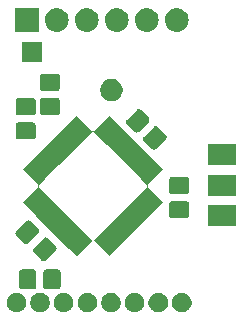
<source format=gbs>
G04 #@! TF.GenerationSoftware,KiCad,Pcbnew,(5.1.4)-1*
G04 #@! TF.CreationDate,2020-01-26T17:58:18+01:00*
G04 #@! TF.ProjectId,HM-LC-Sw1-Pl-DN-R1_S26,484d2d4c-432d-4537-9731-2d506c2d444e,rev?*
G04 #@! TF.SameCoordinates,Original*
G04 #@! TF.FileFunction,Soldermask,Bot*
G04 #@! TF.FilePolarity,Negative*
%FSLAX46Y46*%
G04 Gerber Fmt 4.6, Leading zero omitted, Abs format (unit mm)*
G04 Created by KiCad (PCBNEW (5.1.4)-1) date 2020-01-26 17:58:18*
%MOMM*%
%LPD*%
G04 APERTURE LIST*
%ADD10C,0.150000*%
G04 APERTURE END LIST*
D10*
G36*
X160205684Y-118850224D02*
G01*
X160355823Y-118912413D01*
X160490946Y-119002700D01*
X160605860Y-119117614D01*
X160696147Y-119252737D01*
X160758336Y-119402876D01*
X160790040Y-119562263D01*
X160790040Y-119724777D01*
X160758336Y-119884164D01*
X160696147Y-120034303D01*
X160605860Y-120169426D01*
X160490946Y-120284340D01*
X160355823Y-120374627D01*
X160205684Y-120436816D01*
X160046297Y-120468520D01*
X159883783Y-120468520D01*
X159724396Y-120436816D01*
X159574257Y-120374627D01*
X159439134Y-120284340D01*
X159324220Y-120169426D01*
X159233933Y-120034303D01*
X159171744Y-119884164D01*
X159140040Y-119724777D01*
X159140040Y-119562263D01*
X159171744Y-119402876D01*
X159233933Y-119252737D01*
X159324220Y-119117614D01*
X159439134Y-119002700D01*
X159574257Y-118912413D01*
X159724396Y-118850224D01*
X159883783Y-118818520D01*
X160046297Y-118818520D01*
X160205684Y-118850224D01*
X160205684Y-118850224D01*
G37*
G36*
X146205684Y-118850224D02*
G01*
X146355823Y-118912413D01*
X146490946Y-119002700D01*
X146605860Y-119117614D01*
X146696147Y-119252737D01*
X146758336Y-119402876D01*
X146790040Y-119562263D01*
X146790040Y-119724777D01*
X146758336Y-119884164D01*
X146696147Y-120034303D01*
X146605860Y-120169426D01*
X146490946Y-120284340D01*
X146355823Y-120374627D01*
X146205684Y-120436816D01*
X146046297Y-120468520D01*
X145883783Y-120468520D01*
X145724396Y-120436816D01*
X145574257Y-120374627D01*
X145439134Y-120284340D01*
X145324220Y-120169426D01*
X145233933Y-120034303D01*
X145171744Y-119884164D01*
X145140040Y-119724777D01*
X145140040Y-119562263D01*
X145171744Y-119402876D01*
X145233933Y-119252737D01*
X145324220Y-119117614D01*
X145439134Y-119002700D01*
X145574257Y-118912413D01*
X145724396Y-118850224D01*
X145883783Y-118818520D01*
X146046297Y-118818520D01*
X146205684Y-118850224D01*
X146205684Y-118850224D01*
G37*
G36*
X148205684Y-118850224D02*
G01*
X148355823Y-118912413D01*
X148490946Y-119002700D01*
X148605860Y-119117614D01*
X148696147Y-119252737D01*
X148758336Y-119402876D01*
X148790040Y-119562263D01*
X148790040Y-119724777D01*
X148758336Y-119884164D01*
X148696147Y-120034303D01*
X148605860Y-120169426D01*
X148490946Y-120284340D01*
X148355823Y-120374627D01*
X148205684Y-120436816D01*
X148046297Y-120468520D01*
X147883783Y-120468520D01*
X147724396Y-120436816D01*
X147574257Y-120374627D01*
X147439134Y-120284340D01*
X147324220Y-120169426D01*
X147233933Y-120034303D01*
X147171744Y-119884164D01*
X147140040Y-119724777D01*
X147140040Y-119562263D01*
X147171744Y-119402876D01*
X147233933Y-119252737D01*
X147324220Y-119117614D01*
X147439134Y-119002700D01*
X147574257Y-118912413D01*
X147724396Y-118850224D01*
X147883783Y-118818520D01*
X148046297Y-118818520D01*
X148205684Y-118850224D01*
X148205684Y-118850224D01*
G37*
G36*
X150205684Y-118850224D02*
G01*
X150355823Y-118912413D01*
X150490946Y-119002700D01*
X150605860Y-119117614D01*
X150696147Y-119252737D01*
X150758336Y-119402876D01*
X150790040Y-119562263D01*
X150790040Y-119724777D01*
X150758336Y-119884164D01*
X150696147Y-120034303D01*
X150605860Y-120169426D01*
X150490946Y-120284340D01*
X150355823Y-120374627D01*
X150205684Y-120436816D01*
X150046297Y-120468520D01*
X149883783Y-120468520D01*
X149724396Y-120436816D01*
X149574257Y-120374627D01*
X149439134Y-120284340D01*
X149324220Y-120169426D01*
X149233933Y-120034303D01*
X149171744Y-119884164D01*
X149140040Y-119724777D01*
X149140040Y-119562263D01*
X149171744Y-119402876D01*
X149233933Y-119252737D01*
X149324220Y-119117614D01*
X149439134Y-119002700D01*
X149574257Y-118912413D01*
X149724396Y-118850224D01*
X149883783Y-118818520D01*
X150046297Y-118818520D01*
X150205684Y-118850224D01*
X150205684Y-118850224D01*
G37*
G36*
X152205684Y-118850224D02*
G01*
X152355823Y-118912413D01*
X152490946Y-119002700D01*
X152605860Y-119117614D01*
X152696147Y-119252737D01*
X152758336Y-119402876D01*
X152790040Y-119562263D01*
X152790040Y-119724777D01*
X152758336Y-119884164D01*
X152696147Y-120034303D01*
X152605860Y-120169426D01*
X152490946Y-120284340D01*
X152355823Y-120374627D01*
X152205684Y-120436816D01*
X152046297Y-120468520D01*
X151883783Y-120468520D01*
X151724396Y-120436816D01*
X151574257Y-120374627D01*
X151439134Y-120284340D01*
X151324220Y-120169426D01*
X151233933Y-120034303D01*
X151171744Y-119884164D01*
X151140040Y-119724777D01*
X151140040Y-119562263D01*
X151171744Y-119402876D01*
X151233933Y-119252737D01*
X151324220Y-119117614D01*
X151439134Y-119002700D01*
X151574257Y-118912413D01*
X151724396Y-118850224D01*
X151883783Y-118818520D01*
X152046297Y-118818520D01*
X152205684Y-118850224D01*
X152205684Y-118850224D01*
G37*
G36*
X154205684Y-118850224D02*
G01*
X154355823Y-118912413D01*
X154490946Y-119002700D01*
X154605860Y-119117614D01*
X154696147Y-119252737D01*
X154758336Y-119402876D01*
X154790040Y-119562263D01*
X154790040Y-119724777D01*
X154758336Y-119884164D01*
X154696147Y-120034303D01*
X154605860Y-120169426D01*
X154490946Y-120284340D01*
X154355823Y-120374627D01*
X154205684Y-120436816D01*
X154046297Y-120468520D01*
X153883783Y-120468520D01*
X153724396Y-120436816D01*
X153574257Y-120374627D01*
X153439134Y-120284340D01*
X153324220Y-120169426D01*
X153233933Y-120034303D01*
X153171744Y-119884164D01*
X153140040Y-119724777D01*
X153140040Y-119562263D01*
X153171744Y-119402876D01*
X153233933Y-119252737D01*
X153324220Y-119117614D01*
X153439134Y-119002700D01*
X153574257Y-118912413D01*
X153724396Y-118850224D01*
X153883783Y-118818520D01*
X154046297Y-118818520D01*
X154205684Y-118850224D01*
X154205684Y-118850224D01*
G37*
G36*
X158205684Y-118850224D02*
G01*
X158355823Y-118912413D01*
X158490946Y-119002700D01*
X158605860Y-119117614D01*
X158696147Y-119252737D01*
X158758336Y-119402876D01*
X158790040Y-119562263D01*
X158790040Y-119724777D01*
X158758336Y-119884164D01*
X158696147Y-120034303D01*
X158605860Y-120169426D01*
X158490946Y-120284340D01*
X158355823Y-120374627D01*
X158205684Y-120436816D01*
X158046297Y-120468520D01*
X157883783Y-120468520D01*
X157724396Y-120436816D01*
X157574257Y-120374627D01*
X157439134Y-120284340D01*
X157324220Y-120169426D01*
X157233933Y-120034303D01*
X157171744Y-119884164D01*
X157140040Y-119724777D01*
X157140040Y-119562263D01*
X157171744Y-119402876D01*
X157233933Y-119252737D01*
X157324220Y-119117614D01*
X157439134Y-119002700D01*
X157574257Y-118912413D01*
X157724396Y-118850224D01*
X157883783Y-118818520D01*
X158046297Y-118818520D01*
X158205684Y-118850224D01*
X158205684Y-118850224D01*
G37*
G36*
X156205684Y-118850224D02*
G01*
X156355823Y-118912413D01*
X156490946Y-119002700D01*
X156605860Y-119117614D01*
X156696147Y-119252737D01*
X156758336Y-119402876D01*
X156790040Y-119562263D01*
X156790040Y-119724777D01*
X156758336Y-119884164D01*
X156696147Y-120034303D01*
X156605860Y-120169426D01*
X156490946Y-120284340D01*
X156355823Y-120374627D01*
X156205684Y-120436816D01*
X156046297Y-120468520D01*
X155883783Y-120468520D01*
X155724396Y-120436816D01*
X155574257Y-120374627D01*
X155439134Y-120284340D01*
X155324220Y-120169426D01*
X155233933Y-120034303D01*
X155171744Y-119884164D01*
X155140040Y-119724777D01*
X155140040Y-119562263D01*
X155171744Y-119402876D01*
X155233933Y-119252737D01*
X155324220Y-119117614D01*
X155439134Y-119002700D01*
X155574257Y-118912413D01*
X155724396Y-118850224D01*
X155883783Y-118818520D01*
X156046297Y-118818520D01*
X156205684Y-118850224D01*
X156205684Y-118850224D01*
G37*
G36*
X147453027Y-116830292D02*
G01*
X147498795Y-116844175D01*
X147540973Y-116866720D01*
X147577941Y-116897059D01*
X147608280Y-116934027D01*
X147630825Y-116976205D01*
X147644708Y-117021973D01*
X147650000Y-117075705D01*
X147650000Y-118274295D01*
X147644708Y-118328027D01*
X147630825Y-118373795D01*
X147608280Y-118415973D01*
X147577941Y-118452941D01*
X147540973Y-118483280D01*
X147498795Y-118505825D01*
X147453027Y-118519708D01*
X147399295Y-118525000D01*
X146450705Y-118525000D01*
X146396973Y-118519708D01*
X146351205Y-118505825D01*
X146309027Y-118483280D01*
X146272059Y-118452941D01*
X146241720Y-118415973D01*
X146219175Y-118373795D01*
X146205292Y-118328027D01*
X146200000Y-118274295D01*
X146200000Y-117075705D01*
X146205292Y-117021973D01*
X146219175Y-116976205D01*
X146241720Y-116934027D01*
X146272059Y-116897059D01*
X146309027Y-116866720D01*
X146351205Y-116844175D01*
X146396973Y-116830292D01*
X146450705Y-116825000D01*
X147399295Y-116825000D01*
X147453027Y-116830292D01*
X147453027Y-116830292D01*
G37*
G36*
X149503027Y-116830292D02*
G01*
X149548795Y-116844175D01*
X149590973Y-116866720D01*
X149627941Y-116897059D01*
X149658280Y-116934027D01*
X149680825Y-116976205D01*
X149694708Y-117021973D01*
X149700000Y-117075705D01*
X149700000Y-118274295D01*
X149694708Y-118328027D01*
X149680825Y-118373795D01*
X149658280Y-118415973D01*
X149627941Y-118452941D01*
X149590973Y-118483280D01*
X149548795Y-118505825D01*
X149503027Y-118519708D01*
X149449295Y-118525000D01*
X148500705Y-118525000D01*
X148446973Y-118519708D01*
X148401205Y-118505825D01*
X148359027Y-118483280D01*
X148322059Y-118452941D01*
X148291720Y-118415973D01*
X148269175Y-118373795D01*
X148255292Y-118328027D01*
X148250000Y-118274295D01*
X148250000Y-117075705D01*
X148255292Y-117021973D01*
X148269175Y-116976205D01*
X148291720Y-116934027D01*
X148322059Y-116897059D01*
X148359027Y-116866720D01*
X148401205Y-116844175D01*
X148446973Y-116830292D01*
X148500705Y-116825000D01*
X149449295Y-116825000D01*
X149503027Y-116830292D01*
X149503027Y-116830292D01*
G37*
G36*
X148485564Y-114119285D02*
G01*
X148531332Y-114133168D01*
X148573510Y-114155713D01*
X148615243Y-114189963D01*
X149286005Y-114860725D01*
X149320255Y-114902458D01*
X149342800Y-114944636D01*
X149356683Y-114990404D01*
X149361370Y-115037996D01*
X149356683Y-115085588D01*
X149342800Y-115131356D01*
X149320255Y-115173534D01*
X149286005Y-115215267D01*
X148438467Y-116062805D01*
X148396734Y-116097055D01*
X148354556Y-116119600D01*
X148308788Y-116133483D01*
X148261196Y-116138170D01*
X148213604Y-116133483D01*
X148167836Y-116119600D01*
X148125658Y-116097055D01*
X148083925Y-116062805D01*
X147413163Y-115392043D01*
X147378913Y-115350310D01*
X147356368Y-115308132D01*
X147342485Y-115262364D01*
X147337798Y-115214772D01*
X147342485Y-115167180D01*
X147356368Y-115121412D01*
X147378913Y-115079234D01*
X147413163Y-115037501D01*
X148260701Y-114189963D01*
X148302434Y-114155713D01*
X148344612Y-114133168D01*
X148390380Y-114119285D01*
X148437972Y-114114598D01*
X148485564Y-114119285D01*
X148485564Y-114119285D01*
G37*
G36*
X147838073Y-109777786D02*
G01*
X147845186Y-109801235D01*
X147856737Y-109822846D01*
X147872277Y-109841782D01*
X148402614Y-110372119D01*
X148402614Y-110372118D01*
X149003655Y-110973159D01*
X149003655Y-110973160D01*
X151231041Y-113200546D01*
X151231041Y-113200545D01*
X151832082Y-113801586D01*
X151832082Y-113801587D01*
X152362418Y-114331923D01*
X152381354Y-114347463D01*
X152402965Y-114359014D01*
X152426414Y-114366127D01*
X152438038Y-114367272D01*
X152426414Y-114368417D01*
X152402965Y-114375530D01*
X152381354Y-114387081D01*
X152362418Y-114402621D01*
X151054264Y-115710775D01*
X150453223Y-115109734D01*
X150453224Y-115109734D01*
X149922894Y-114579404D01*
X149922893Y-114579404D01*
X147624796Y-112281307D01*
X147624797Y-112281307D01*
X147094467Y-111750977D01*
X147094466Y-111750977D01*
X146493425Y-111149936D01*
X147801579Y-109841782D01*
X147817119Y-109822846D01*
X147828670Y-109801235D01*
X147835783Y-109777786D01*
X147836928Y-109766162D01*
X147838073Y-109777786D01*
X147838073Y-109777786D01*
G37*
G36*
X157065817Y-109777786D02*
G01*
X157072930Y-109801235D01*
X157084481Y-109822846D01*
X157100021Y-109841782D01*
X158408175Y-111149936D01*
X153847336Y-115710775D01*
X152539182Y-114402621D01*
X152520246Y-114387081D01*
X152498635Y-114375530D01*
X152475186Y-114368417D01*
X152463562Y-114367272D01*
X152475186Y-114366127D01*
X152498635Y-114359014D01*
X152520246Y-114347463D01*
X152539182Y-114331923D01*
X153069519Y-113801587D01*
X153069518Y-113801586D01*
X153670559Y-113200545D01*
X153670560Y-113200546D01*
X153758937Y-113112168D01*
X155367616Y-111503489D01*
X155897946Y-110973160D01*
X155897945Y-110973159D01*
X156498986Y-110372118D01*
X156498987Y-110372119D01*
X156587364Y-110283741D01*
X157029323Y-109841782D01*
X157044863Y-109822846D01*
X157056414Y-109801235D01*
X157063527Y-109777786D01*
X157064672Y-109766162D01*
X157065817Y-109777786D01*
X157065817Y-109777786D01*
G37*
G36*
X147035996Y-112669717D02*
G01*
X147081764Y-112683600D01*
X147123942Y-112706145D01*
X147165675Y-112740395D01*
X147836437Y-113411157D01*
X147870687Y-113452890D01*
X147893232Y-113495068D01*
X147907115Y-113540836D01*
X147911802Y-113588428D01*
X147907115Y-113636020D01*
X147893232Y-113681788D01*
X147870687Y-113723966D01*
X147836437Y-113765699D01*
X146988899Y-114613237D01*
X146947166Y-114647487D01*
X146904988Y-114670032D01*
X146859220Y-114683915D01*
X146811628Y-114688602D01*
X146764036Y-114683915D01*
X146718268Y-114670032D01*
X146676090Y-114647487D01*
X146634357Y-114613237D01*
X145963595Y-113942475D01*
X145929345Y-113900742D01*
X145906800Y-113858564D01*
X145892917Y-113812796D01*
X145888230Y-113765204D01*
X145892917Y-113717612D01*
X145906800Y-113671844D01*
X145929345Y-113629666D01*
X145963595Y-113587933D01*
X146811133Y-112740395D01*
X146852866Y-112706145D01*
X146895044Y-112683600D01*
X146940812Y-112669717D01*
X146988404Y-112665030D01*
X147035996Y-112669717D01*
X147035996Y-112669717D01*
G37*
G36*
X164522800Y-113168000D02*
G01*
X162222800Y-113168000D01*
X162222800Y-111368000D01*
X164522800Y-111368000D01*
X164522800Y-113168000D01*
X164522800Y-113168000D01*
G37*
G36*
X160403027Y-111055292D02*
G01*
X160448795Y-111069175D01*
X160490973Y-111091720D01*
X160527941Y-111122059D01*
X160558280Y-111159027D01*
X160580825Y-111201205D01*
X160594708Y-111246973D01*
X160600000Y-111300705D01*
X160600000Y-112249295D01*
X160594708Y-112303027D01*
X160580825Y-112348795D01*
X160558280Y-112390973D01*
X160527941Y-112427941D01*
X160490973Y-112458280D01*
X160448795Y-112480825D01*
X160403027Y-112494708D01*
X160349295Y-112500000D01*
X159150705Y-112500000D01*
X159096973Y-112494708D01*
X159051205Y-112480825D01*
X159009027Y-112458280D01*
X158972059Y-112427941D01*
X158941720Y-112390973D01*
X158919175Y-112348795D01*
X158905292Y-112303027D01*
X158900000Y-112249295D01*
X158900000Y-111300705D01*
X158905292Y-111246973D01*
X158919175Y-111201205D01*
X158941720Y-111159027D01*
X158972059Y-111122059D01*
X159009027Y-111091720D01*
X159051205Y-111069175D01*
X159096973Y-111055292D01*
X159150705Y-111050000D01*
X160349295Y-111050000D01*
X160403027Y-111055292D01*
X160403027Y-111055292D01*
G37*
G36*
X164522800Y-110602600D02*
G01*
X162222800Y-110602600D01*
X162222800Y-108802600D01*
X164522800Y-108802600D01*
X164522800Y-110602600D01*
X164522800Y-110602600D01*
G37*
G36*
X160403027Y-109005292D02*
G01*
X160448795Y-109019175D01*
X160490973Y-109041720D01*
X160527941Y-109072059D01*
X160558280Y-109109027D01*
X160580825Y-109151205D01*
X160594708Y-109196973D01*
X160600000Y-109250705D01*
X160600000Y-110199295D01*
X160594708Y-110253027D01*
X160580825Y-110298795D01*
X160558280Y-110340973D01*
X160527941Y-110377941D01*
X160490973Y-110408280D01*
X160448795Y-110430825D01*
X160403027Y-110444708D01*
X160349295Y-110450000D01*
X159150705Y-110450000D01*
X159096973Y-110444708D01*
X159051205Y-110430825D01*
X159009027Y-110408280D01*
X158972059Y-110377941D01*
X158941720Y-110340973D01*
X158919175Y-110298795D01*
X158905292Y-110253027D01*
X158900000Y-110199295D01*
X158900000Y-109250705D01*
X158905292Y-109196973D01*
X158919175Y-109151205D01*
X158941720Y-109109027D01*
X158972059Y-109072059D01*
X159009027Y-109041720D01*
X159051205Y-109019175D01*
X159096973Y-109005292D01*
X159150705Y-109000000D01*
X160349295Y-109000000D01*
X160403027Y-109005292D01*
X160403027Y-109005292D01*
G37*
G36*
X154448377Y-104397066D02*
G01*
X154448377Y-104397067D01*
X154978707Y-104927397D01*
X154978707Y-104927396D01*
X157276804Y-107225493D01*
X157276804Y-107225494D01*
X157807134Y-107755824D01*
X157807134Y-107755823D01*
X158408175Y-108356864D01*
X157100021Y-109665018D01*
X157084481Y-109683954D01*
X157072930Y-109705565D01*
X157065817Y-109729014D01*
X157064672Y-109740638D01*
X157063527Y-109729014D01*
X157056414Y-109705565D01*
X157044863Y-109683954D01*
X157029323Y-109665018D01*
X156498987Y-109134682D01*
X156498986Y-109134682D01*
X155897945Y-108533641D01*
X155897946Y-108533641D01*
X153670560Y-106306255D01*
X153670559Y-106306255D01*
X153069518Y-105705214D01*
X153069519Y-105705214D01*
X152539182Y-105174877D01*
X152520246Y-105159337D01*
X152498635Y-105147786D01*
X152475186Y-105140673D01*
X152463562Y-105139528D01*
X152475186Y-105138383D01*
X152498635Y-105131270D01*
X152520246Y-105119719D01*
X152539182Y-105104179D01*
X153847336Y-103796025D01*
X154448377Y-104397066D01*
X154448377Y-104397066D01*
G37*
G36*
X152362418Y-105104179D02*
G01*
X152381354Y-105119719D01*
X152402965Y-105131270D01*
X152426414Y-105138383D01*
X152438038Y-105139528D01*
X152426414Y-105140673D01*
X152402965Y-105147786D01*
X152381354Y-105159337D01*
X152362418Y-105174877D01*
X151832082Y-105705214D01*
X151231041Y-106306255D01*
X150665355Y-106871940D01*
X149533984Y-108003311D01*
X149003655Y-108533641D01*
X148402614Y-109134682D01*
X147872277Y-109665018D01*
X147856737Y-109683954D01*
X147845186Y-109705565D01*
X147838073Y-109729014D01*
X147836928Y-109740638D01*
X147835783Y-109729014D01*
X147828670Y-109705565D01*
X147817119Y-109683954D01*
X147801579Y-109665018D01*
X146493425Y-108356864D01*
X147094466Y-107755823D01*
X147094467Y-107755824D01*
X147182844Y-107667446D01*
X147624797Y-107225494D01*
X147624796Y-107225493D01*
X149922893Y-104927396D01*
X149922894Y-104927397D01*
X150011271Y-104839019D01*
X150453224Y-104397067D01*
X150453223Y-104397066D01*
X151054264Y-103796025D01*
X152362418Y-105104179D01*
X152362418Y-105104179D01*
G37*
G36*
X164522800Y-108011800D02*
G01*
X162222800Y-108011800D01*
X162222800Y-106211800D01*
X164522800Y-106211800D01*
X164522800Y-108011800D01*
X164522800Y-108011800D01*
G37*
G36*
X157810764Y-104667685D02*
G01*
X157856532Y-104681568D01*
X157898710Y-104704113D01*
X157940443Y-104738363D01*
X158611205Y-105409125D01*
X158645455Y-105450858D01*
X158668000Y-105493036D01*
X158681883Y-105538804D01*
X158686570Y-105586396D01*
X158681883Y-105633988D01*
X158668000Y-105679756D01*
X158645455Y-105721934D01*
X158611205Y-105763667D01*
X157763667Y-106611205D01*
X157721934Y-106645455D01*
X157679756Y-106668000D01*
X157633988Y-106681883D01*
X157586396Y-106686570D01*
X157538804Y-106681883D01*
X157493036Y-106668000D01*
X157450858Y-106645455D01*
X157409125Y-106611205D01*
X156738363Y-105940443D01*
X156704113Y-105898710D01*
X156681568Y-105856532D01*
X156667685Y-105810764D01*
X156662998Y-105763172D01*
X156667685Y-105715580D01*
X156681568Y-105669812D01*
X156704113Y-105627634D01*
X156738363Y-105585901D01*
X157585901Y-104738363D01*
X157627634Y-104704113D01*
X157669812Y-104681568D01*
X157715580Y-104667685D01*
X157763172Y-104662998D01*
X157810764Y-104667685D01*
X157810764Y-104667685D01*
G37*
G36*
X147403027Y-104380292D02*
G01*
X147448795Y-104394175D01*
X147490973Y-104416720D01*
X147527941Y-104447059D01*
X147558280Y-104484027D01*
X147580825Y-104526205D01*
X147594708Y-104571973D01*
X147600000Y-104625705D01*
X147600000Y-105574295D01*
X147594708Y-105628027D01*
X147580825Y-105673795D01*
X147558280Y-105715973D01*
X147527941Y-105752941D01*
X147490973Y-105783280D01*
X147448795Y-105805825D01*
X147403027Y-105819708D01*
X147349295Y-105825000D01*
X146150705Y-105825000D01*
X146096973Y-105819708D01*
X146051205Y-105805825D01*
X146009027Y-105783280D01*
X145972059Y-105752941D01*
X145941720Y-105715973D01*
X145919175Y-105673795D01*
X145905292Y-105628027D01*
X145900000Y-105574295D01*
X145900000Y-104625705D01*
X145905292Y-104571973D01*
X145919175Y-104526205D01*
X145941720Y-104484027D01*
X145972059Y-104447059D01*
X146009027Y-104416720D01*
X146051205Y-104394175D01*
X146096973Y-104380292D01*
X146150705Y-104375000D01*
X147349295Y-104375000D01*
X147403027Y-104380292D01*
X147403027Y-104380292D01*
G37*
G36*
X156361196Y-103218117D02*
G01*
X156406964Y-103232000D01*
X156449142Y-103254545D01*
X156490875Y-103288795D01*
X157161637Y-103959557D01*
X157195887Y-104001290D01*
X157218432Y-104043468D01*
X157232315Y-104089236D01*
X157237002Y-104136828D01*
X157232315Y-104184420D01*
X157218432Y-104230188D01*
X157195887Y-104272366D01*
X157161637Y-104314099D01*
X156314099Y-105161637D01*
X156272366Y-105195887D01*
X156230188Y-105218432D01*
X156184420Y-105232315D01*
X156136828Y-105237002D01*
X156089236Y-105232315D01*
X156043468Y-105218432D01*
X156001290Y-105195887D01*
X155959557Y-105161637D01*
X155288795Y-104490875D01*
X155254545Y-104449142D01*
X155232000Y-104406964D01*
X155218117Y-104361196D01*
X155213430Y-104313604D01*
X155218117Y-104266012D01*
X155232000Y-104220244D01*
X155254545Y-104178066D01*
X155288795Y-104136333D01*
X156136333Y-103288795D01*
X156178066Y-103254545D01*
X156220244Y-103232000D01*
X156266012Y-103218117D01*
X156313604Y-103213430D01*
X156361196Y-103218117D01*
X156361196Y-103218117D01*
G37*
G36*
X147403027Y-102330292D02*
G01*
X147448795Y-102344175D01*
X147490973Y-102366720D01*
X147527941Y-102397059D01*
X147558280Y-102434027D01*
X147580825Y-102476205D01*
X147594708Y-102521973D01*
X147600000Y-102575705D01*
X147600000Y-103524295D01*
X147594708Y-103578027D01*
X147580825Y-103623795D01*
X147558280Y-103665973D01*
X147527941Y-103702941D01*
X147490973Y-103733280D01*
X147448795Y-103755825D01*
X147403027Y-103769708D01*
X147349295Y-103775000D01*
X146150705Y-103775000D01*
X146096973Y-103769708D01*
X146051205Y-103755825D01*
X146009027Y-103733280D01*
X145972059Y-103702941D01*
X145941720Y-103665973D01*
X145919175Y-103623795D01*
X145905292Y-103578027D01*
X145900000Y-103524295D01*
X145900000Y-102575705D01*
X145905292Y-102521973D01*
X145919175Y-102476205D01*
X145941720Y-102434027D01*
X145972059Y-102397059D01*
X146009027Y-102366720D01*
X146051205Y-102344175D01*
X146096973Y-102330292D01*
X146150705Y-102325000D01*
X147349295Y-102325000D01*
X147403027Y-102330292D01*
X147403027Y-102330292D01*
G37*
G36*
X149453027Y-102305292D02*
G01*
X149498795Y-102319175D01*
X149540973Y-102341720D01*
X149577941Y-102372059D01*
X149608280Y-102409027D01*
X149630825Y-102451205D01*
X149644708Y-102496973D01*
X149650000Y-102550705D01*
X149650000Y-103499295D01*
X149644708Y-103553027D01*
X149630825Y-103598795D01*
X149608280Y-103640973D01*
X149577941Y-103677941D01*
X149540973Y-103708280D01*
X149498795Y-103730825D01*
X149453027Y-103744708D01*
X149399295Y-103750000D01*
X148200705Y-103750000D01*
X148146973Y-103744708D01*
X148101205Y-103730825D01*
X148059027Y-103708280D01*
X148022059Y-103677941D01*
X147991720Y-103640973D01*
X147969175Y-103598795D01*
X147955292Y-103553027D01*
X147950000Y-103499295D01*
X147950000Y-102550705D01*
X147955292Y-102496973D01*
X147969175Y-102451205D01*
X147991720Y-102409027D01*
X148022059Y-102372059D01*
X148059027Y-102341720D01*
X148101205Y-102319175D01*
X148146973Y-102305292D01*
X148200705Y-102300000D01*
X149399295Y-102300000D01*
X149453027Y-102305292D01*
X149453027Y-102305292D01*
G37*
G36*
X154185536Y-100719054D02*
G01*
X154277305Y-100737308D01*
X154450194Y-100808921D01*
X154605790Y-100912887D01*
X154738113Y-101045210D01*
X154842079Y-101200806D01*
X154913692Y-101373695D01*
X154950200Y-101557233D01*
X154950200Y-101744367D01*
X154913692Y-101927905D01*
X154842079Y-102100794D01*
X154738113Y-102256390D01*
X154605790Y-102388713D01*
X154450194Y-102492679D01*
X154277305Y-102564292D01*
X154185536Y-102582546D01*
X154093768Y-102600800D01*
X153906632Y-102600800D01*
X153814864Y-102582546D01*
X153723095Y-102564292D01*
X153550206Y-102492679D01*
X153394610Y-102388713D01*
X153262287Y-102256390D01*
X153158321Y-102100794D01*
X153086708Y-101927905D01*
X153050200Y-101744367D01*
X153050200Y-101557233D01*
X153086708Y-101373695D01*
X153158321Y-101200806D01*
X153262287Y-101045210D01*
X153394610Y-100912887D01*
X153550206Y-100808921D01*
X153723095Y-100737308D01*
X153814864Y-100719054D01*
X153906632Y-100700800D01*
X154093768Y-100700800D01*
X154185536Y-100719054D01*
X154185536Y-100719054D01*
G37*
G36*
X149453027Y-100255292D02*
G01*
X149498795Y-100269175D01*
X149540973Y-100291720D01*
X149577941Y-100322059D01*
X149608280Y-100359027D01*
X149630825Y-100401205D01*
X149644708Y-100446973D01*
X149650000Y-100500705D01*
X149650000Y-101449295D01*
X149644708Y-101503027D01*
X149630825Y-101548795D01*
X149608280Y-101590973D01*
X149577941Y-101627941D01*
X149540973Y-101658280D01*
X149498795Y-101680825D01*
X149453027Y-101694708D01*
X149399295Y-101700000D01*
X148200705Y-101700000D01*
X148146973Y-101694708D01*
X148101205Y-101680825D01*
X148059027Y-101658280D01*
X148022059Y-101627941D01*
X147991720Y-101590973D01*
X147969175Y-101548795D01*
X147955292Y-101503027D01*
X147950000Y-101449295D01*
X147950000Y-100500705D01*
X147955292Y-100446973D01*
X147969175Y-100401205D01*
X147991720Y-100359027D01*
X148022059Y-100322059D01*
X148059027Y-100291720D01*
X148101205Y-100269175D01*
X148146973Y-100255292D01*
X148200705Y-100250000D01*
X149399295Y-100250000D01*
X149453027Y-100255292D01*
X149453027Y-100255292D01*
G37*
G36*
X148125000Y-99225000D02*
G01*
X146475000Y-99225000D01*
X146475000Y-97575000D01*
X148125000Y-97575000D01*
X148125000Y-99225000D01*
X148125000Y-99225000D01*
G37*
G36*
X147850000Y-96700000D02*
G01*
X145850000Y-96700000D01*
X145850000Y-94700000D01*
X147850000Y-94700000D01*
X147850000Y-96700000D01*
X147850000Y-96700000D01*
G37*
G36*
X159746032Y-94714469D02*
G01*
X159840285Y-94743061D01*
X159934535Y-94771651D01*
X159934537Y-94771652D01*
X160108258Y-94864507D01*
X160260528Y-94989472D01*
X160385493Y-95141742D01*
X160478348Y-95315463D01*
X160535531Y-95503968D01*
X160554838Y-95700000D01*
X160535531Y-95896032D01*
X160478348Y-96084537D01*
X160385493Y-96258258D01*
X160260528Y-96410528D01*
X160108258Y-96535493D01*
X159934537Y-96628348D01*
X159934535Y-96628349D01*
X159840284Y-96656940D01*
X159746032Y-96685531D01*
X159599124Y-96700000D01*
X159500876Y-96700000D01*
X159353968Y-96685531D01*
X159259716Y-96656940D01*
X159165465Y-96628349D01*
X159165463Y-96628348D01*
X158991742Y-96535493D01*
X158839472Y-96410528D01*
X158714507Y-96258258D01*
X158621652Y-96084537D01*
X158564469Y-95896032D01*
X158545162Y-95700000D01*
X158564469Y-95503968D01*
X158621652Y-95315463D01*
X158714507Y-95141742D01*
X158839472Y-94989472D01*
X158991742Y-94864507D01*
X159165463Y-94771652D01*
X159165465Y-94771651D01*
X159259715Y-94743061D01*
X159353968Y-94714469D01*
X159500876Y-94700000D01*
X159599124Y-94700000D01*
X159746032Y-94714469D01*
X159746032Y-94714469D01*
G37*
G36*
X157206032Y-94714469D02*
G01*
X157300285Y-94743061D01*
X157394535Y-94771651D01*
X157394537Y-94771652D01*
X157568258Y-94864507D01*
X157720528Y-94989472D01*
X157845493Y-95141742D01*
X157938348Y-95315463D01*
X157995531Y-95503968D01*
X158014838Y-95700000D01*
X157995531Y-95896032D01*
X157938348Y-96084537D01*
X157845493Y-96258258D01*
X157720528Y-96410528D01*
X157568258Y-96535493D01*
X157394537Y-96628348D01*
X157394535Y-96628349D01*
X157300284Y-96656940D01*
X157206032Y-96685531D01*
X157059124Y-96700000D01*
X156960876Y-96700000D01*
X156813968Y-96685531D01*
X156719716Y-96656940D01*
X156625465Y-96628349D01*
X156625463Y-96628348D01*
X156451742Y-96535493D01*
X156299472Y-96410528D01*
X156174507Y-96258258D01*
X156081652Y-96084537D01*
X156024469Y-95896032D01*
X156005162Y-95700000D01*
X156024469Y-95503968D01*
X156081652Y-95315463D01*
X156174507Y-95141742D01*
X156299472Y-94989472D01*
X156451742Y-94864507D01*
X156625463Y-94771652D01*
X156625465Y-94771651D01*
X156719715Y-94743061D01*
X156813968Y-94714469D01*
X156960876Y-94700000D01*
X157059124Y-94700000D01*
X157206032Y-94714469D01*
X157206032Y-94714469D01*
G37*
G36*
X154666032Y-94714469D02*
G01*
X154760285Y-94743061D01*
X154854535Y-94771651D01*
X154854537Y-94771652D01*
X155028258Y-94864507D01*
X155180528Y-94989472D01*
X155305493Y-95141742D01*
X155398348Y-95315463D01*
X155455531Y-95503968D01*
X155474838Y-95700000D01*
X155455531Y-95896032D01*
X155398348Y-96084537D01*
X155305493Y-96258258D01*
X155180528Y-96410528D01*
X155028258Y-96535493D01*
X154854537Y-96628348D01*
X154854535Y-96628349D01*
X154760284Y-96656940D01*
X154666032Y-96685531D01*
X154519124Y-96700000D01*
X154420876Y-96700000D01*
X154273968Y-96685531D01*
X154179716Y-96656940D01*
X154085465Y-96628349D01*
X154085463Y-96628348D01*
X153911742Y-96535493D01*
X153759472Y-96410528D01*
X153634507Y-96258258D01*
X153541652Y-96084537D01*
X153484469Y-95896032D01*
X153465162Y-95700000D01*
X153484469Y-95503968D01*
X153541652Y-95315463D01*
X153634507Y-95141742D01*
X153759472Y-94989472D01*
X153911742Y-94864507D01*
X154085463Y-94771652D01*
X154085465Y-94771651D01*
X154179715Y-94743061D01*
X154273968Y-94714469D01*
X154420876Y-94700000D01*
X154519124Y-94700000D01*
X154666032Y-94714469D01*
X154666032Y-94714469D01*
G37*
G36*
X152126032Y-94714469D02*
G01*
X152220285Y-94743061D01*
X152314535Y-94771651D01*
X152314537Y-94771652D01*
X152488258Y-94864507D01*
X152640528Y-94989472D01*
X152765493Y-95141742D01*
X152858348Y-95315463D01*
X152915531Y-95503968D01*
X152934838Y-95700000D01*
X152915531Y-95896032D01*
X152858348Y-96084537D01*
X152765493Y-96258258D01*
X152640528Y-96410528D01*
X152488258Y-96535493D01*
X152314537Y-96628348D01*
X152314535Y-96628349D01*
X152220284Y-96656940D01*
X152126032Y-96685531D01*
X151979124Y-96700000D01*
X151880876Y-96700000D01*
X151733968Y-96685531D01*
X151639716Y-96656940D01*
X151545465Y-96628349D01*
X151545463Y-96628348D01*
X151371742Y-96535493D01*
X151219472Y-96410528D01*
X151094507Y-96258258D01*
X151001652Y-96084537D01*
X150944469Y-95896032D01*
X150925162Y-95700000D01*
X150944469Y-95503968D01*
X151001652Y-95315463D01*
X151094507Y-95141742D01*
X151219472Y-94989472D01*
X151371742Y-94864507D01*
X151545463Y-94771652D01*
X151545465Y-94771651D01*
X151639715Y-94743061D01*
X151733968Y-94714469D01*
X151880876Y-94700000D01*
X151979124Y-94700000D01*
X152126032Y-94714469D01*
X152126032Y-94714469D01*
G37*
G36*
X149586032Y-94714469D02*
G01*
X149680285Y-94743061D01*
X149774535Y-94771651D01*
X149774537Y-94771652D01*
X149948258Y-94864507D01*
X150100528Y-94989472D01*
X150225493Y-95141742D01*
X150318348Y-95315463D01*
X150375531Y-95503968D01*
X150394838Y-95700000D01*
X150375531Y-95896032D01*
X150318348Y-96084537D01*
X150225493Y-96258258D01*
X150100528Y-96410528D01*
X149948258Y-96535493D01*
X149774537Y-96628348D01*
X149774535Y-96628349D01*
X149680284Y-96656940D01*
X149586032Y-96685531D01*
X149439124Y-96700000D01*
X149340876Y-96700000D01*
X149193968Y-96685531D01*
X149099716Y-96656940D01*
X149005465Y-96628349D01*
X149005463Y-96628348D01*
X148831742Y-96535493D01*
X148679472Y-96410528D01*
X148554507Y-96258258D01*
X148461652Y-96084537D01*
X148404469Y-95896032D01*
X148385162Y-95700000D01*
X148404469Y-95503968D01*
X148461652Y-95315463D01*
X148554507Y-95141742D01*
X148679472Y-94989472D01*
X148831742Y-94864507D01*
X149005463Y-94771652D01*
X149005465Y-94771651D01*
X149099715Y-94743061D01*
X149193968Y-94714469D01*
X149340876Y-94700000D01*
X149439124Y-94700000D01*
X149586032Y-94714469D01*
X149586032Y-94714469D01*
G37*
M02*

</source>
